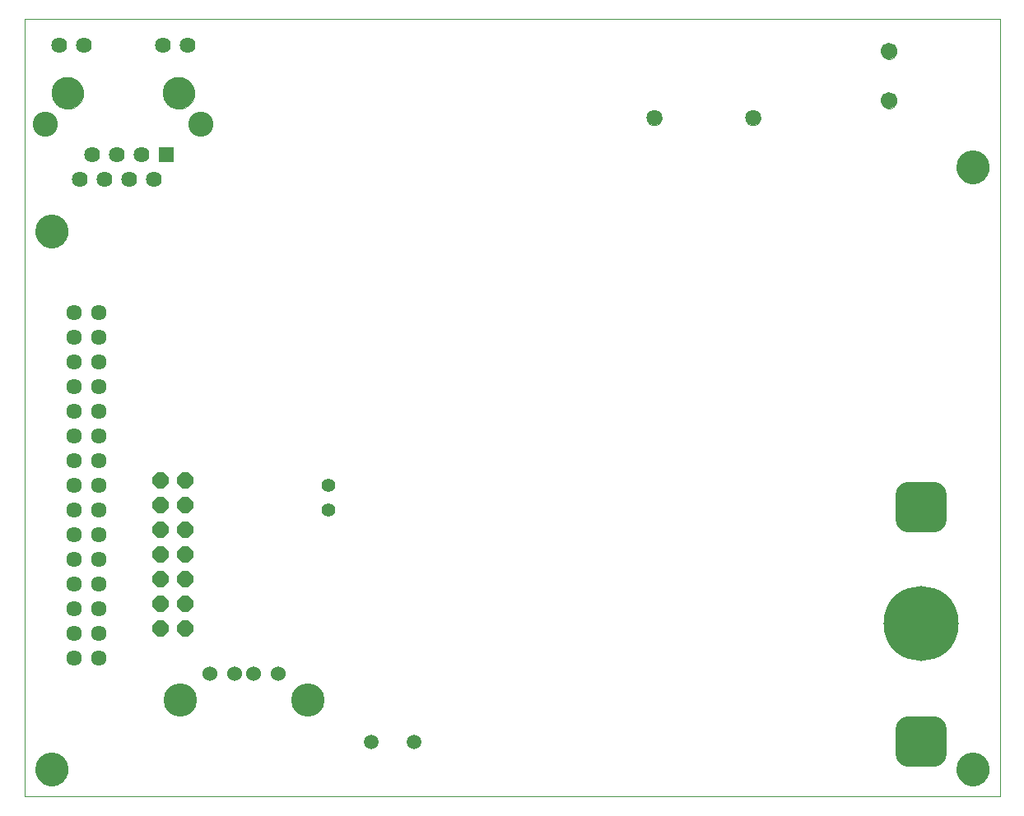
<source format=gbs>
G75*
G70*
%OFA0B0*%
%FSLAX24Y24*%
%IPPOS*%
%LPD*%
%AMOC8*
5,1,8,0,0,1.08239X$1,22.5*
%
%ADD10C,0.0000*%
%ADD11C,0.0560*%
%ADD12C,0.0594*%
%ADD13C,0.1340*%
%ADD14C,0.0640*%
%ADD15R,0.0640X0.0640*%
%ADD16C,0.1300*%
%ADD17C,0.1015*%
%ADD18C,0.1020*%
%ADD19C,0.3040*%
%ADD20C,0.0634*%
%ADD21C,0.0600*%
%ADD22C,0.1350*%
%ADD23OC8,0.0640*%
%ADD24C,0.0670*%
D10*
X000131Y000443D02*
X000131Y031943D01*
X039631Y031943D01*
X039631Y000443D01*
X000131Y000443D01*
X000581Y001543D02*
X000583Y001593D01*
X000589Y001643D01*
X000599Y001693D01*
X000612Y001741D01*
X000629Y001789D01*
X000650Y001835D01*
X000674Y001879D01*
X000702Y001921D01*
X000733Y001961D01*
X000767Y001998D01*
X000804Y002033D01*
X000843Y002064D01*
X000884Y002093D01*
X000928Y002118D01*
X000974Y002140D01*
X001021Y002158D01*
X001069Y002172D01*
X001118Y002183D01*
X001168Y002190D01*
X001218Y002193D01*
X001269Y002192D01*
X001319Y002187D01*
X001369Y002178D01*
X001417Y002166D01*
X001465Y002149D01*
X001511Y002129D01*
X001556Y002106D01*
X001599Y002079D01*
X001639Y002049D01*
X001677Y002016D01*
X001712Y001980D01*
X001745Y001941D01*
X001774Y001900D01*
X001800Y001857D01*
X001823Y001812D01*
X001842Y001765D01*
X001857Y001717D01*
X001869Y001668D01*
X001877Y001618D01*
X001881Y001568D01*
X001881Y001518D01*
X001877Y001468D01*
X001869Y001418D01*
X001857Y001369D01*
X001842Y001321D01*
X001823Y001274D01*
X001800Y001229D01*
X001774Y001186D01*
X001745Y001145D01*
X001712Y001106D01*
X001677Y001070D01*
X001639Y001037D01*
X001599Y001007D01*
X001556Y000980D01*
X001511Y000957D01*
X001465Y000937D01*
X001417Y000920D01*
X001369Y000908D01*
X001319Y000899D01*
X001269Y000894D01*
X001218Y000893D01*
X001168Y000896D01*
X001118Y000903D01*
X001069Y000914D01*
X001021Y000928D01*
X000974Y000946D01*
X000928Y000968D01*
X000884Y000993D01*
X000843Y001022D01*
X000804Y001053D01*
X000767Y001088D01*
X000733Y001125D01*
X000702Y001165D01*
X000674Y001207D01*
X000650Y001251D01*
X000629Y001297D01*
X000612Y001345D01*
X000599Y001393D01*
X000589Y001443D01*
X000583Y001493D01*
X000581Y001543D01*
X000581Y023343D02*
X000583Y023393D01*
X000589Y023443D01*
X000599Y023493D01*
X000612Y023541D01*
X000629Y023589D01*
X000650Y023635D01*
X000674Y023679D01*
X000702Y023721D01*
X000733Y023761D01*
X000767Y023798D01*
X000804Y023833D01*
X000843Y023864D01*
X000884Y023893D01*
X000928Y023918D01*
X000974Y023940D01*
X001021Y023958D01*
X001069Y023972D01*
X001118Y023983D01*
X001168Y023990D01*
X001218Y023993D01*
X001269Y023992D01*
X001319Y023987D01*
X001369Y023978D01*
X001417Y023966D01*
X001465Y023949D01*
X001511Y023929D01*
X001556Y023906D01*
X001599Y023879D01*
X001639Y023849D01*
X001677Y023816D01*
X001712Y023780D01*
X001745Y023741D01*
X001774Y023700D01*
X001800Y023657D01*
X001823Y023612D01*
X001842Y023565D01*
X001857Y023517D01*
X001869Y023468D01*
X001877Y023418D01*
X001881Y023368D01*
X001881Y023318D01*
X001877Y023268D01*
X001869Y023218D01*
X001857Y023169D01*
X001842Y023121D01*
X001823Y023074D01*
X001800Y023029D01*
X001774Y022986D01*
X001745Y022945D01*
X001712Y022906D01*
X001677Y022870D01*
X001639Y022837D01*
X001599Y022807D01*
X001556Y022780D01*
X001511Y022757D01*
X001465Y022737D01*
X001417Y022720D01*
X001369Y022708D01*
X001319Y022699D01*
X001269Y022694D01*
X001218Y022693D01*
X001168Y022696D01*
X001118Y022703D01*
X001069Y022714D01*
X001021Y022728D01*
X000974Y022746D01*
X000928Y022768D01*
X000884Y022793D01*
X000843Y022822D01*
X000804Y022853D01*
X000767Y022888D01*
X000733Y022925D01*
X000702Y022965D01*
X000674Y023007D01*
X000650Y023051D01*
X000629Y023097D01*
X000612Y023145D01*
X000599Y023193D01*
X000589Y023243D01*
X000583Y023293D01*
X000581Y023343D01*
X001251Y028943D02*
X001253Y028993D01*
X001259Y029043D01*
X001269Y029092D01*
X001283Y029140D01*
X001300Y029187D01*
X001321Y029232D01*
X001346Y029276D01*
X001374Y029317D01*
X001406Y029356D01*
X001440Y029393D01*
X001477Y029427D01*
X001517Y029457D01*
X001559Y029484D01*
X001603Y029508D01*
X001649Y029529D01*
X001696Y029545D01*
X001744Y029558D01*
X001794Y029567D01*
X001843Y029572D01*
X001894Y029573D01*
X001944Y029570D01*
X001993Y029563D01*
X002042Y029552D01*
X002090Y029537D01*
X002136Y029519D01*
X002181Y029497D01*
X002224Y029471D01*
X002265Y029442D01*
X002304Y029410D01*
X002340Y029375D01*
X002372Y029337D01*
X002402Y029297D01*
X002429Y029254D01*
X002452Y029210D01*
X002471Y029164D01*
X002487Y029116D01*
X002499Y029067D01*
X002507Y029018D01*
X002511Y028968D01*
X002511Y028918D01*
X002507Y028868D01*
X002499Y028819D01*
X002487Y028770D01*
X002471Y028722D01*
X002452Y028676D01*
X002429Y028632D01*
X002402Y028589D01*
X002372Y028549D01*
X002340Y028511D01*
X002304Y028476D01*
X002265Y028444D01*
X002224Y028415D01*
X002181Y028389D01*
X002136Y028367D01*
X002090Y028349D01*
X002042Y028334D01*
X001993Y028323D01*
X001944Y028316D01*
X001894Y028313D01*
X001843Y028314D01*
X001794Y028319D01*
X001744Y028328D01*
X001696Y028341D01*
X001649Y028357D01*
X001603Y028378D01*
X001559Y028402D01*
X001517Y028429D01*
X001477Y028459D01*
X001440Y028493D01*
X001406Y028530D01*
X001374Y028569D01*
X001346Y028610D01*
X001321Y028654D01*
X001300Y028699D01*
X001283Y028746D01*
X001269Y028794D01*
X001259Y028843D01*
X001253Y028893D01*
X001251Y028943D01*
X005751Y028943D02*
X005753Y028993D01*
X005759Y029043D01*
X005769Y029092D01*
X005783Y029140D01*
X005800Y029187D01*
X005821Y029232D01*
X005846Y029276D01*
X005874Y029317D01*
X005906Y029356D01*
X005940Y029393D01*
X005977Y029427D01*
X006017Y029457D01*
X006059Y029484D01*
X006103Y029508D01*
X006149Y029529D01*
X006196Y029545D01*
X006244Y029558D01*
X006294Y029567D01*
X006343Y029572D01*
X006394Y029573D01*
X006444Y029570D01*
X006493Y029563D01*
X006542Y029552D01*
X006590Y029537D01*
X006636Y029519D01*
X006681Y029497D01*
X006724Y029471D01*
X006765Y029442D01*
X006804Y029410D01*
X006840Y029375D01*
X006872Y029337D01*
X006902Y029297D01*
X006929Y029254D01*
X006952Y029210D01*
X006971Y029164D01*
X006987Y029116D01*
X006999Y029067D01*
X007007Y029018D01*
X007011Y028968D01*
X007011Y028918D01*
X007007Y028868D01*
X006999Y028819D01*
X006987Y028770D01*
X006971Y028722D01*
X006952Y028676D01*
X006929Y028632D01*
X006902Y028589D01*
X006872Y028549D01*
X006840Y028511D01*
X006804Y028476D01*
X006765Y028444D01*
X006724Y028415D01*
X006681Y028389D01*
X006636Y028367D01*
X006590Y028349D01*
X006542Y028334D01*
X006493Y028323D01*
X006444Y028316D01*
X006394Y028313D01*
X006343Y028314D01*
X006294Y028319D01*
X006244Y028328D01*
X006196Y028341D01*
X006149Y028357D01*
X006103Y028378D01*
X006059Y028402D01*
X006017Y028429D01*
X005977Y028459D01*
X005940Y028493D01*
X005906Y028530D01*
X005874Y028569D01*
X005846Y028610D01*
X005821Y028654D01*
X005800Y028699D01*
X005783Y028746D01*
X005769Y028794D01*
X005759Y028843D01*
X005753Y028893D01*
X005751Y028943D01*
X025331Y027943D02*
X025333Y027977D01*
X025339Y028011D01*
X025348Y028044D01*
X025362Y028075D01*
X025379Y028105D01*
X025399Y028133D01*
X025422Y028158D01*
X025448Y028181D01*
X025476Y028200D01*
X025506Y028216D01*
X025538Y028228D01*
X025571Y028237D01*
X025605Y028242D01*
X025640Y028243D01*
X025674Y028240D01*
X025707Y028233D01*
X025740Y028223D01*
X025771Y028208D01*
X025800Y028191D01*
X025827Y028170D01*
X025852Y028146D01*
X025874Y028119D01*
X025892Y028091D01*
X025907Y028060D01*
X025919Y028028D01*
X025927Y027994D01*
X025931Y027960D01*
X025931Y027926D01*
X025927Y027892D01*
X025919Y027858D01*
X025907Y027826D01*
X025892Y027795D01*
X025874Y027767D01*
X025852Y027740D01*
X025827Y027716D01*
X025800Y027695D01*
X025771Y027678D01*
X025740Y027663D01*
X025707Y027653D01*
X025674Y027646D01*
X025640Y027643D01*
X025605Y027644D01*
X025571Y027649D01*
X025538Y027658D01*
X025506Y027670D01*
X025476Y027686D01*
X025448Y027705D01*
X025422Y027728D01*
X025399Y027753D01*
X025379Y027781D01*
X025362Y027811D01*
X025348Y027842D01*
X025339Y027875D01*
X025333Y027909D01*
X025331Y027943D01*
X029331Y027943D02*
X029333Y027977D01*
X029339Y028011D01*
X029348Y028044D01*
X029362Y028075D01*
X029379Y028105D01*
X029399Y028133D01*
X029422Y028158D01*
X029448Y028181D01*
X029476Y028200D01*
X029506Y028216D01*
X029538Y028228D01*
X029571Y028237D01*
X029605Y028242D01*
X029640Y028243D01*
X029674Y028240D01*
X029707Y028233D01*
X029740Y028223D01*
X029771Y028208D01*
X029800Y028191D01*
X029827Y028170D01*
X029852Y028146D01*
X029874Y028119D01*
X029892Y028091D01*
X029907Y028060D01*
X029919Y028028D01*
X029927Y027994D01*
X029931Y027960D01*
X029931Y027926D01*
X029927Y027892D01*
X029919Y027858D01*
X029907Y027826D01*
X029892Y027795D01*
X029874Y027767D01*
X029852Y027740D01*
X029827Y027716D01*
X029800Y027695D01*
X029771Y027678D01*
X029740Y027663D01*
X029707Y027653D01*
X029674Y027646D01*
X029640Y027643D01*
X029605Y027644D01*
X029571Y027649D01*
X029538Y027658D01*
X029506Y027670D01*
X029476Y027686D01*
X029448Y027705D01*
X029422Y027728D01*
X029399Y027753D01*
X029379Y027781D01*
X029362Y027811D01*
X029348Y027842D01*
X029339Y027875D01*
X029333Y027909D01*
X029331Y027943D01*
X034816Y028643D02*
X034818Y028678D01*
X034824Y028713D01*
X034834Y028747D01*
X034847Y028780D01*
X034864Y028811D01*
X034885Y028839D01*
X034908Y028866D01*
X034935Y028889D01*
X034963Y028910D01*
X034994Y028927D01*
X035027Y028940D01*
X035061Y028950D01*
X035096Y028956D01*
X035131Y028958D01*
X035166Y028956D01*
X035201Y028950D01*
X035235Y028940D01*
X035268Y028927D01*
X035299Y028910D01*
X035327Y028889D01*
X035354Y028866D01*
X035377Y028839D01*
X035398Y028811D01*
X035415Y028780D01*
X035428Y028747D01*
X035438Y028713D01*
X035444Y028678D01*
X035446Y028643D01*
X035444Y028608D01*
X035438Y028573D01*
X035428Y028539D01*
X035415Y028506D01*
X035398Y028475D01*
X035377Y028447D01*
X035354Y028420D01*
X035327Y028397D01*
X035299Y028376D01*
X035268Y028359D01*
X035235Y028346D01*
X035201Y028336D01*
X035166Y028330D01*
X035131Y028328D01*
X035096Y028330D01*
X035061Y028336D01*
X035027Y028346D01*
X034994Y028359D01*
X034963Y028376D01*
X034935Y028397D01*
X034908Y028420D01*
X034885Y028447D01*
X034864Y028475D01*
X034847Y028506D01*
X034834Y028539D01*
X034824Y028573D01*
X034818Y028608D01*
X034816Y028643D01*
X034816Y030643D02*
X034818Y030678D01*
X034824Y030713D01*
X034834Y030747D01*
X034847Y030780D01*
X034864Y030811D01*
X034885Y030839D01*
X034908Y030866D01*
X034935Y030889D01*
X034963Y030910D01*
X034994Y030927D01*
X035027Y030940D01*
X035061Y030950D01*
X035096Y030956D01*
X035131Y030958D01*
X035166Y030956D01*
X035201Y030950D01*
X035235Y030940D01*
X035268Y030927D01*
X035299Y030910D01*
X035327Y030889D01*
X035354Y030866D01*
X035377Y030839D01*
X035398Y030811D01*
X035415Y030780D01*
X035428Y030747D01*
X035438Y030713D01*
X035444Y030678D01*
X035446Y030643D01*
X035444Y030608D01*
X035438Y030573D01*
X035428Y030539D01*
X035415Y030506D01*
X035398Y030475D01*
X035377Y030447D01*
X035354Y030420D01*
X035327Y030397D01*
X035299Y030376D01*
X035268Y030359D01*
X035235Y030346D01*
X035201Y030336D01*
X035166Y030330D01*
X035131Y030328D01*
X035096Y030330D01*
X035061Y030336D01*
X035027Y030346D01*
X034994Y030359D01*
X034963Y030376D01*
X034935Y030397D01*
X034908Y030420D01*
X034885Y030447D01*
X034864Y030475D01*
X034847Y030506D01*
X034834Y030539D01*
X034824Y030573D01*
X034818Y030608D01*
X034816Y030643D01*
X037881Y025943D02*
X037883Y025993D01*
X037889Y026043D01*
X037899Y026093D01*
X037912Y026141D01*
X037929Y026189D01*
X037950Y026235D01*
X037974Y026279D01*
X038002Y026321D01*
X038033Y026361D01*
X038067Y026398D01*
X038104Y026433D01*
X038143Y026464D01*
X038184Y026493D01*
X038228Y026518D01*
X038274Y026540D01*
X038321Y026558D01*
X038369Y026572D01*
X038418Y026583D01*
X038468Y026590D01*
X038518Y026593D01*
X038569Y026592D01*
X038619Y026587D01*
X038669Y026578D01*
X038717Y026566D01*
X038765Y026549D01*
X038811Y026529D01*
X038856Y026506D01*
X038899Y026479D01*
X038939Y026449D01*
X038977Y026416D01*
X039012Y026380D01*
X039045Y026341D01*
X039074Y026300D01*
X039100Y026257D01*
X039123Y026212D01*
X039142Y026165D01*
X039157Y026117D01*
X039169Y026068D01*
X039177Y026018D01*
X039181Y025968D01*
X039181Y025918D01*
X039177Y025868D01*
X039169Y025818D01*
X039157Y025769D01*
X039142Y025721D01*
X039123Y025674D01*
X039100Y025629D01*
X039074Y025586D01*
X039045Y025545D01*
X039012Y025506D01*
X038977Y025470D01*
X038939Y025437D01*
X038899Y025407D01*
X038856Y025380D01*
X038811Y025357D01*
X038765Y025337D01*
X038717Y025320D01*
X038669Y025308D01*
X038619Y025299D01*
X038569Y025294D01*
X038518Y025293D01*
X038468Y025296D01*
X038418Y025303D01*
X038369Y025314D01*
X038321Y025328D01*
X038274Y025346D01*
X038228Y025368D01*
X038184Y025393D01*
X038143Y025422D01*
X038104Y025453D01*
X038067Y025488D01*
X038033Y025525D01*
X038002Y025565D01*
X037974Y025607D01*
X037950Y025651D01*
X037929Y025697D01*
X037912Y025745D01*
X037899Y025793D01*
X037889Y025843D01*
X037883Y025893D01*
X037881Y025943D01*
X037881Y001543D02*
X037883Y001593D01*
X037889Y001643D01*
X037899Y001693D01*
X037912Y001741D01*
X037929Y001789D01*
X037950Y001835D01*
X037974Y001879D01*
X038002Y001921D01*
X038033Y001961D01*
X038067Y001998D01*
X038104Y002033D01*
X038143Y002064D01*
X038184Y002093D01*
X038228Y002118D01*
X038274Y002140D01*
X038321Y002158D01*
X038369Y002172D01*
X038418Y002183D01*
X038468Y002190D01*
X038518Y002193D01*
X038569Y002192D01*
X038619Y002187D01*
X038669Y002178D01*
X038717Y002166D01*
X038765Y002149D01*
X038811Y002129D01*
X038856Y002106D01*
X038899Y002079D01*
X038939Y002049D01*
X038977Y002016D01*
X039012Y001980D01*
X039045Y001941D01*
X039074Y001900D01*
X039100Y001857D01*
X039123Y001812D01*
X039142Y001765D01*
X039157Y001717D01*
X039169Y001668D01*
X039177Y001618D01*
X039181Y001568D01*
X039181Y001518D01*
X039177Y001468D01*
X039169Y001418D01*
X039157Y001369D01*
X039142Y001321D01*
X039123Y001274D01*
X039100Y001229D01*
X039074Y001186D01*
X039045Y001145D01*
X039012Y001106D01*
X038977Y001070D01*
X038939Y001037D01*
X038899Y001007D01*
X038856Y000980D01*
X038811Y000957D01*
X038765Y000937D01*
X038717Y000920D01*
X038669Y000908D01*
X038619Y000899D01*
X038569Y000894D01*
X038518Y000893D01*
X038468Y000896D01*
X038418Y000903D01*
X038369Y000914D01*
X038321Y000928D01*
X038274Y000946D01*
X038228Y000968D01*
X038184Y000993D01*
X038143Y001022D01*
X038104Y001053D01*
X038067Y001088D01*
X038033Y001125D01*
X038002Y001165D01*
X037974Y001207D01*
X037950Y001251D01*
X037929Y001297D01*
X037912Y001345D01*
X037899Y001393D01*
X037889Y001443D01*
X037883Y001493D01*
X037881Y001543D01*
D11*
X012431Y012043D03*
X012431Y013043D03*
D12*
X014165Y002643D03*
X015897Y002643D03*
D13*
X001231Y001543D03*
X001231Y023343D03*
X038531Y025943D03*
X038531Y001543D03*
D14*
X029631Y027943D03*
X025631Y027943D03*
X006731Y030873D03*
X005731Y030873D03*
X002531Y030873D03*
X001531Y030873D03*
X002881Y026443D03*
X003881Y026443D03*
X004881Y026443D03*
X004381Y025443D03*
X003381Y025443D03*
X002381Y025443D03*
X005381Y025443D03*
D15*
X005881Y026443D03*
D16*
X006381Y028943D03*
X001881Y028943D03*
D17*
X000981Y027693D03*
X007281Y027693D03*
D18*
X035921Y012703D02*
X035921Y011683D01*
X035921Y012703D02*
X036941Y012703D01*
X036941Y011683D01*
X035921Y011683D01*
X035921Y012702D02*
X036941Y012702D01*
X035921Y003203D02*
X035921Y002183D01*
X035921Y003203D02*
X036941Y003203D01*
X036941Y002183D01*
X035921Y002183D01*
X035921Y003202D02*
X036941Y003202D01*
D19*
X036431Y007443D03*
D20*
X003131Y007043D03*
X002131Y007043D03*
X002131Y006043D03*
X003131Y006043D03*
X003131Y008043D03*
X002131Y008043D03*
X002131Y009043D03*
X003131Y009043D03*
X003131Y010043D03*
X002131Y010043D03*
X002131Y011043D03*
X003131Y011043D03*
X003131Y012043D03*
X002131Y012043D03*
X002131Y013043D03*
X003131Y013043D03*
X003131Y014043D03*
X002131Y014043D03*
X002131Y015043D03*
X003131Y015043D03*
X003131Y016043D03*
X002131Y016043D03*
X002131Y017043D03*
X003131Y017043D03*
X003131Y018043D03*
X002131Y018043D03*
X002131Y019043D03*
X003131Y019043D03*
X003131Y020043D03*
X002131Y020043D03*
D21*
X007656Y005413D03*
X008636Y005413D03*
X009426Y005413D03*
X010406Y005413D03*
D22*
X011616Y004343D03*
X006446Y004343D03*
D23*
X006631Y007243D03*
X005631Y007243D03*
X005631Y008243D03*
X006631Y008243D03*
X006631Y009243D03*
X006631Y010243D03*
X005631Y010243D03*
X005631Y009243D03*
X005631Y011243D03*
X006631Y011243D03*
X006631Y012243D03*
X005631Y012243D03*
X005631Y013243D03*
X006631Y013243D03*
D24*
X035131Y028643D03*
X035131Y030643D03*
M02*

</source>
